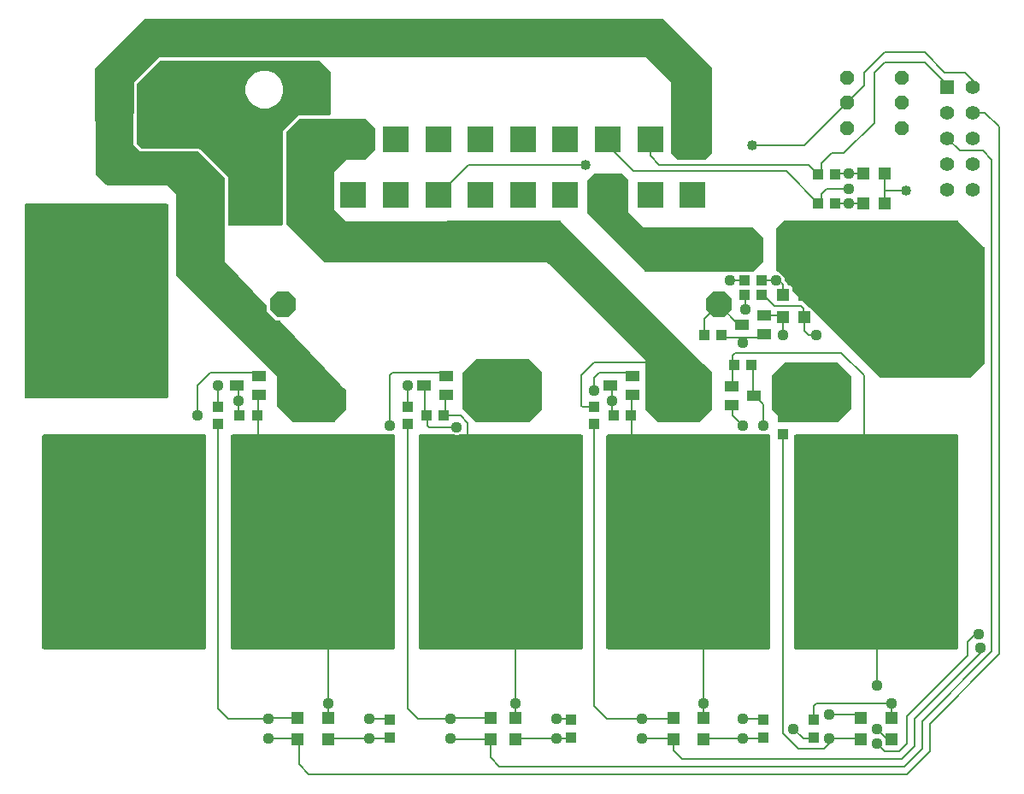
<source format=gbr>
G04 EAGLE Gerber RS-274X export*
G75*
%MOMM*%
%FSLAX34Y34*%
%LPD*%
%INTop Copper*%
%IPPOS*%
%AMOC8*
5,1,8,0,0,1.08239X$1,22.5*%
G01*
%ADD10P,2.749271X8X202.500000*%
%ADD11R,1.200000X1.200000*%
%ADD12R,1.100000X1.000000*%
%ADD13R,1.000000X1.100000*%
%ADD14R,3.150000X1.700000*%
%ADD15R,1.700000X3.150000*%
%ADD16C,8.000000*%
%ADD17R,2.550000X2.550000*%
%ADD18P,1.525737X8X112.500000*%
%ADD19R,1.400000X1.000000*%
%ADD20R,1.409600X1.409600*%
%ADD21C,1.409600*%
%ADD22C,0.203200*%
%ADD23C,1.117600*%
%ADD24C,1.108000*%
%ADD25C,1.016000*%
%ADD26C,1.422400*%
%ADD27C,1.114800*%

G36*
X335155Y373495D02*
X335155Y373495D01*
X335346Y373516D01*
X335346Y373517D01*
X335505Y373573D01*
X335674Y373634D01*
X335812Y373723D01*
X335967Y373823D01*
X335968Y373824D01*
X336143Y373993D01*
X346943Y386243D01*
X346988Y386307D01*
X347040Y386366D01*
X347087Y386450D01*
X347142Y386529D01*
X347171Y386602D01*
X347209Y386671D01*
X347235Y386763D01*
X347270Y386853D01*
X347282Y386930D01*
X347304Y387006D01*
X347315Y387149D01*
X347322Y387197D01*
X347321Y387218D01*
X347323Y387250D01*
X347323Y403800D01*
X347316Y403860D01*
X347318Y403921D01*
X347296Y404033D01*
X347283Y404146D01*
X347263Y404203D01*
X347251Y404263D01*
X347204Y404367D01*
X347166Y404474D01*
X347133Y404525D01*
X347108Y404580D01*
X346992Y404744D01*
X346977Y404767D01*
X346972Y404772D01*
X346966Y404780D01*
X344866Y407280D01*
X344833Y407311D01*
X344777Y407377D01*
X341093Y411061D01*
X281988Y473773D01*
X281875Y473869D01*
X281764Y473968D01*
X281742Y473981D01*
X281722Y473997D01*
X281589Y474065D01*
X281459Y474137D01*
X281434Y474144D01*
X281411Y474156D01*
X281267Y474191D01*
X281124Y474232D01*
X281093Y474234D01*
X281073Y474239D01*
X281025Y474240D01*
X280880Y474251D01*
X277577Y474251D01*
X268351Y483477D01*
X268351Y487638D01*
X268339Y487741D01*
X268337Y487845D01*
X268319Y487913D01*
X268311Y487984D01*
X268276Y488082D01*
X268251Y488182D01*
X268218Y488245D01*
X268194Y488312D01*
X268138Y488399D01*
X268089Y488491D01*
X268030Y488565D01*
X268005Y488605D01*
X267978Y488631D01*
X267937Y488682D01*
X226823Y532305D01*
X226823Y614700D01*
X226809Y614826D01*
X226802Y614952D01*
X226789Y614998D01*
X226783Y615046D01*
X226741Y615165D01*
X226706Y615287D01*
X226682Y615329D01*
X226666Y615374D01*
X226597Y615481D01*
X226536Y615591D01*
X226496Y615637D01*
X226477Y615667D01*
X226442Y615701D01*
X226377Y615777D01*
X201077Y641077D01*
X200978Y641156D01*
X200884Y641240D01*
X200842Y641264D01*
X200804Y641294D01*
X200690Y641348D01*
X200579Y641409D01*
X200533Y641422D01*
X200489Y641443D01*
X200366Y641469D01*
X200244Y641504D01*
X200183Y641509D01*
X200148Y641516D01*
X200100Y641515D01*
X200000Y641523D01*
X143131Y641523D01*
X136526Y648128D01*
X136820Y710466D01*
X161331Y734977D01*
X643769Y734977D01*
X668277Y710469D01*
X668277Y641250D01*
X668291Y641124D01*
X668298Y640998D01*
X668311Y640952D01*
X668317Y640904D01*
X668359Y640785D01*
X668394Y640663D01*
X668418Y640621D01*
X668434Y640576D01*
X668503Y640469D01*
X668564Y640359D01*
X668604Y640313D01*
X668623Y640283D01*
X668658Y640249D01*
X668723Y640173D01*
X675073Y633823D01*
X675172Y633744D01*
X675266Y633660D01*
X675308Y633636D01*
X675346Y633606D01*
X675460Y633552D01*
X675571Y633491D01*
X675617Y633478D01*
X675661Y633457D01*
X675784Y633431D01*
X675906Y633396D01*
X675967Y633392D01*
X676002Y633384D01*
X676050Y633385D01*
X676150Y633377D01*
X701550Y633377D01*
X701676Y633391D01*
X701802Y633398D01*
X701848Y633411D01*
X701896Y633417D01*
X702015Y633459D01*
X702137Y633494D01*
X702179Y633518D01*
X702224Y633534D01*
X702331Y633603D01*
X702441Y633664D01*
X702487Y633704D01*
X702517Y633723D01*
X702551Y633758D01*
X702627Y633823D01*
X708977Y640173D01*
X709056Y640272D01*
X709140Y640366D01*
X709164Y640408D01*
X709194Y640446D01*
X709248Y640560D01*
X709309Y640671D01*
X709322Y640717D01*
X709343Y640761D01*
X709369Y640884D01*
X709404Y641006D01*
X709409Y641067D01*
X709416Y641102D01*
X709415Y641150D01*
X709423Y641250D01*
X709423Y723800D01*
X709409Y723926D01*
X709402Y724052D01*
X709389Y724098D01*
X709383Y724146D01*
X709341Y724265D01*
X709306Y724387D01*
X709282Y724429D01*
X709266Y724474D01*
X709197Y724581D01*
X709136Y724691D01*
X709096Y724737D01*
X709077Y724767D01*
X709042Y724801D01*
X709030Y724815D01*
X709019Y724831D01*
X709008Y724841D01*
X708977Y724877D01*
X660877Y772977D01*
X660778Y773056D01*
X660684Y773140D01*
X660642Y773164D01*
X660604Y773194D01*
X660490Y773248D01*
X660379Y773309D01*
X660333Y773322D01*
X660289Y773343D01*
X660166Y773369D01*
X660044Y773404D01*
X659983Y773409D01*
X659948Y773416D01*
X659900Y773415D01*
X659800Y773423D01*
X148000Y773423D01*
X147874Y773409D01*
X147748Y773402D01*
X147702Y773389D01*
X147654Y773383D01*
X147535Y773341D01*
X147413Y773306D01*
X147371Y773282D01*
X147326Y773266D01*
X147219Y773197D01*
X147109Y773136D01*
X147063Y773096D01*
X147033Y773077D01*
X146999Y773042D01*
X146923Y772977D01*
X98823Y724877D01*
X98757Y724794D01*
X98715Y724750D01*
X98706Y724735D01*
X98659Y724683D01*
X98636Y724641D01*
X98606Y724604D01*
X98552Y724489D01*
X98491Y724378D01*
X98478Y724332D01*
X98457Y724289D01*
X98431Y724165D01*
X98396Y724042D01*
X98391Y723983D01*
X98384Y723948D01*
X98385Y723900D01*
X98377Y723799D01*
X98477Y619999D01*
X98491Y619874D01*
X98498Y619748D01*
X98511Y619701D01*
X98517Y619652D01*
X98560Y619534D01*
X98594Y619413D01*
X98618Y619371D01*
X98635Y619324D01*
X98703Y619219D01*
X98764Y619109D01*
X98804Y619062D01*
X98824Y619032D01*
X98859Y618998D01*
X98923Y618923D01*
X108923Y608923D01*
X109022Y608844D01*
X109116Y608760D01*
X109158Y608736D01*
X109196Y608706D01*
X109310Y608652D01*
X109421Y608591D01*
X109467Y608578D01*
X109511Y608557D01*
X109634Y608531D01*
X109756Y608496D01*
X109817Y608492D01*
X109852Y608484D01*
X109900Y608485D01*
X110000Y608477D01*
X169369Y608477D01*
X178377Y599469D01*
X178377Y520100D01*
X178391Y519974D01*
X178398Y519848D01*
X178411Y519802D01*
X178417Y519754D01*
X178459Y519635D01*
X178494Y519513D01*
X178518Y519471D01*
X178534Y519426D01*
X178603Y519319D01*
X178664Y519209D01*
X178704Y519163D01*
X178723Y519133D01*
X178758Y519099D01*
X178823Y519023D01*
X278477Y419369D01*
X278477Y390000D01*
X278491Y389874D01*
X278498Y389748D01*
X278511Y389702D01*
X278517Y389654D01*
X278559Y389535D01*
X278594Y389413D01*
X278618Y389371D01*
X278634Y389326D01*
X278703Y389219D01*
X278764Y389109D01*
X278804Y389063D01*
X278823Y389033D01*
X278858Y388999D01*
X278923Y388923D01*
X293923Y373923D01*
X294022Y373844D01*
X294116Y373760D01*
X294158Y373736D01*
X294196Y373706D01*
X294310Y373652D01*
X294421Y373591D01*
X294467Y373578D01*
X294511Y373557D01*
X294634Y373531D01*
X294756Y373496D01*
X294817Y373492D01*
X294852Y373484D01*
X294900Y373485D01*
X295000Y373477D01*
X335000Y373477D01*
X335155Y373495D01*
G37*
G36*
X394118Y148746D02*
X394118Y148746D01*
X394237Y148753D01*
X394275Y148766D01*
X394316Y148771D01*
X394426Y148814D01*
X394539Y148851D01*
X394574Y148873D01*
X394611Y148888D01*
X394707Y148958D01*
X394808Y149021D01*
X394836Y149051D01*
X394869Y149074D01*
X394945Y149166D01*
X395026Y149253D01*
X395046Y149288D01*
X395071Y149319D01*
X395122Y149427D01*
X395180Y149531D01*
X395190Y149571D01*
X395207Y149607D01*
X395229Y149724D01*
X395259Y149839D01*
X395263Y149900D01*
X395267Y149920D01*
X395265Y149940D01*
X395269Y150000D01*
X395269Y360000D01*
X395254Y360118D01*
X395247Y360237D01*
X395234Y360275D01*
X395229Y360316D01*
X395186Y360426D01*
X395149Y360539D01*
X395127Y360574D01*
X395112Y360611D01*
X395043Y360707D01*
X394979Y360808D01*
X394949Y360836D01*
X394926Y360869D01*
X394834Y360945D01*
X394747Y361026D01*
X394712Y361046D01*
X394681Y361071D01*
X394573Y361122D01*
X394469Y361180D01*
X394429Y361190D01*
X394393Y361207D01*
X394276Y361229D01*
X394161Y361259D01*
X394101Y361263D01*
X394081Y361267D01*
X394060Y361265D01*
X394000Y361269D01*
X234000Y361269D01*
X233882Y361254D01*
X233763Y361247D01*
X233725Y361234D01*
X233684Y361229D01*
X233574Y361186D01*
X233461Y361149D01*
X233426Y361127D01*
X233389Y361112D01*
X233293Y361043D01*
X233192Y360979D01*
X233164Y360949D01*
X233131Y360926D01*
X233056Y360834D01*
X232974Y360747D01*
X232954Y360712D01*
X232929Y360681D01*
X232878Y360573D01*
X232820Y360469D01*
X232810Y360429D01*
X232793Y360393D01*
X232771Y360276D01*
X232741Y360161D01*
X232737Y360101D01*
X232733Y360081D01*
X232735Y360060D01*
X232731Y360000D01*
X232731Y150000D01*
X232746Y149882D01*
X232753Y149763D01*
X232766Y149725D01*
X232771Y149684D01*
X232814Y149574D01*
X232851Y149461D01*
X232873Y149426D01*
X232888Y149389D01*
X232958Y149293D01*
X233021Y149192D01*
X233051Y149164D01*
X233074Y149131D01*
X233166Y149056D01*
X233253Y148974D01*
X233288Y148954D01*
X233319Y148929D01*
X233427Y148878D01*
X233531Y148820D01*
X233571Y148810D01*
X233607Y148793D01*
X233724Y148771D01*
X233839Y148741D01*
X233900Y148737D01*
X233920Y148733D01*
X233940Y148735D01*
X234000Y148731D01*
X394000Y148731D01*
X394118Y148746D01*
G37*
G36*
X207318Y148746D02*
X207318Y148746D01*
X207437Y148753D01*
X207475Y148766D01*
X207516Y148771D01*
X207626Y148814D01*
X207739Y148851D01*
X207774Y148873D01*
X207811Y148888D01*
X207907Y148958D01*
X208008Y149021D01*
X208036Y149051D01*
X208069Y149074D01*
X208145Y149166D01*
X208226Y149253D01*
X208246Y149288D01*
X208271Y149319D01*
X208322Y149427D01*
X208380Y149531D01*
X208390Y149571D01*
X208407Y149607D01*
X208429Y149724D01*
X208459Y149839D01*
X208463Y149900D01*
X208467Y149920D01*
X208465Y149940D01*
X208469Y150000D01*
X208469Y360000D01*
X208454Y360118D01*
X208447Y360237D01*
X208434Y360275D01*
X208429Y360316D01*
X208386Y360426D01*
X208349Y360539D01*
X208327Y360574D01*
X208312Y360611D01*
X208243Y360707D01*
X208179Y360808D01*
X208149Y360836D01*
X208126Y360869D01*
X208034Y360945D01*
X207947Y361026D01*
X207912Y361046D01*
X207881Y361071D01*
X207773Y361122D01*
X207669Y361180D01*
X207629Y361190D01*
X207593Y361207D01*
X207476Y361229D01*
X207361Y361259D01*
X207301Y361263D01*
X207281Y361267D01*
X207260Y361265D01*
X207200Y361269D01*
X47200Y361269D01*
X47082Y361254D01*
X46963Y361247D01*
X46925Y361234D01*
X46884Y361229D01*
X46774Y361186D01*
X46661Y361149D01*
X46626Y361127D01*
X46589Y361112D01*
X46493Y361043D01*
X46392Y360979D01*
X46364Y360949D01*
X46331Y360926D01*
X46256Y360834D01*
X46174Y360747D01*
X46154Y360712D01*
X46129Y360681D01*
X46078Y360573D01*
X46020Y360469D01*
X46010Y360429D01*
X45993Y360393D01*
X45971Y360276D01*
X45941Y360161D01*
X45937Y360101D01*
X45933Y360081D01*
X45935Y360060D01*
X45931Y360000D01*
X45931Y150000D01*
X45946Y149882D01*
X45953Y149763D01*
X45966Y149725D01*
X45971Y149684D01*
X46014Y149574D01*
X46051Y149461D01*
X46073Y149426D01*
X46088Y149389D01*
X46158Y149293D01*
X46221Y149192D01*
X46251Y149164D01*
X46274Y149131D01*
X46366Y149056D01*
X46453Y148974D01*
X46488Y148954D01*
X46519Y148929D01*
X46627Y148878D01*
X46731Y148820D01*
X46771Y148810D01*
X46807Y148793D01*
X46924Y148771D01*
X47039Y148741D01*
X47100Y148737D01*
X47120Y148733D01*
X47140Y148735D01*
X47200Y148731D01*
X207200Y148731D01*
X207318Y148746D01*
G37*
G36*
X952118Y148746D02*
X952118Y148746D01*
X952237Y148753D01*
X952275Y148766D01*
X952316Y148771D01*
X952426Y148814D01*
X952539Y148851D01*
X952574Y148873D01*
X952611Y148888D01*
X952707Y148958D01*
X952808Y149021D01*
X952836Y149051D01*
X952869Y149074D01*
X952945Y149166D01*
X953026Y149253D01*
X953046Y149288D01*
X953071Y149319D01*
X953122Y149427D01*
X953180Y149531D01*
X953190Y149571D01*
X953207Y149607D01*
X953229Y149724D01*
X953259Y149839D01*
X953263Y149900D01*
X953267Y149920D01*
X953265Y149940D01*
X953269Y150000D01*
X953269Y360000D01*
X953254Y360118D01*
X953247Y360237D01*
X953234Y360275D01*
X953229Y360316D01*
X953186Y360426D01*
X953149Y360539D01*
X953127Y360574D01*
X953112Y360611D01*
X953043Y360707D01*
X952979Y360808D01*
X952949Y360836D01*
X952926Y360869D01*
X952834Y360945D01*
X952747Y361026D01*
X952712Y361046D01*
X952681Y361071D01*
X952573Y361122D01*
X952469Y361180D01*
X952429Y361190D01*
X952393Y361207D01*
X952276Y361229D01*
X952161Y361259D01*
X952101Y361263D01*
X952081Y361267D01*
X952060Y361265D01*
X952000Y361269D01*
X792000Y361269D01*
X791882Y361254D01*
X791763Y361247D01*
X791725Y361234D01*
X791684Y361229D01*
X791574Y361186D01*
X791461Y361149D01*
X791426Y361127D01*
X791389Y361112D01*
X791293Y361043D01*
X791192Y360979D01*
X791164Y360949D01*
X791131Y360926D01*
X791056Y360834D01*
X790974Y360747D01*
X790954Y360712D01*
X790929Y360681D01*
X790878Y360573D01*
X790820Y360469D01*
X790810Y360429D01*
X790793Y360393D01*
X790771Y360276D01*
X790741Y360161D01*
X790737Y360101D01*
X790733Y360081D01*
X790735Y360060D01*
X790731Y360000D01*
X790731Y150000D01*
X790746Y149882D01*
X790753Y149763D01*
X790766Y149725D01*
X790771Y149684D01*
X790814Y149574D01*
X790851Y149461D01*
X790873Y149426D01*
X790888Y149389D01*
X790958Y149293D01*
X791021Y149192D01*
X791051Y149164D01*
X791074Y149131D01*
X791166Y149056D01*
X791253Y148974D01*
X791288Y148954D01*
X791319Y148929D01*
X791427Y148878D01*
X791531Y148820D01*
X791571Y148810D01*
X791607Y148793D01*
X791724Y148771D01*
X791839Y148741D01*
X791900Y148737D01*
X791920Y148733D01*
X791940Y148735D01*
X792000Y148731D01*
X952000Y148731D01*
X952118Y148746D01*
G37*
G36*
X766118Y148746D02*
X766118Y148746D01*
X766237Y148753D01*
X766275Y148766D01*
X766316Y148771D01*
X766426Y148814D01*
X766539Y148851D01*
X766574Y148873D01*
X766611Y148888D01*
X766707Y148958D01*
X766808Y149021D01*
X766836Y149051D01*
X766869Y149074D01*
X766945Y149166D01*
X767026Y149253D01*
X767046Y149288D01*
X767071Y149319D01*
X767122Y149427D01*
X767180Y149531D01*
X767190Y149571D01*
X767207Y149607D01*
X767229Y149724D01*
X767259Y149839D01*
X767263Y149900D01*
X767267Y149920D01*
X767265Y149940D01*
X767269Y150000D01*
X767269Y360000D01*
X767254Y360118D01*
X767247Y360237D01*
X767234Y360275D01*
X767229Y360316D01*
X767186Y360426D01*
X767149Y360539D01*
X767127Y360574D01*
X767112Y360611D01*
X767043Y360707D01*
X766979Y360808D01*
X766949Y360836D01*
X766926Y360869D01*
X766834Y360945D01*
X766747Y361026D01*
X766712Y361046D01*
X766681Y361071D01*
X766573Y361122D01*
X766469Y361180D01*
X766429Y361190D01*
X766393Y361207D01*
X766276Y361229D01*
X766161Y361259D01*
X766101Y361263D01*
X766081Y361267D01*
X766060Y361265D01*
X766000Y361269D01*
X606000Y361269D01*
X605882Y361254D01*
X605763Y361247D01*
X605725Y361234D01*
X605684Y361229D01*
X605574Y361186D01*
X605461Y361149D01*
X605426Y361127D01*
X605389Y361112D01*
X605293Y361043D01*
X605192Y360979D01*
X605164Y360949D01*
X605131Y360926D01*
X605056Y360834D01*
X604974Y360747D01*
X604954Y360712D01*
X604929Y360681D01*
X604878Y360573D01*
X604820Y360469D01*
X604810Y360429D01*
X604793Y360393D01*
X604771Y360276D01*
X604741Y360161D01*
X604737Y360101D01*
X604733Y360081D01*
X604735Y360060D01*
X604731Y360000D01*
X604731Y150000D01*
X604746Y149882D01*
X604753Y149763D01*
X604766Y149725D01*
X604771Y149684D01*
X604814Y149574D01*
X604851Y149461D01*
X604873Y149426D01*
X604888Y149389D01*
X604958Y149293D01*
X605021Y149192D01*
X605051Y149164D01*
X605074Y149131D01*
X605166Y149056D01*
X605253Y148974D01*
X605288Y148954D01*
X605319Y148929D01*
X605427Y148878D01*
X605531Y148820D01*
X605571Y148810D01*
X605607Y148793D01*
X605724Y148771D01*
X605839Y148741D01*
X605900Y148737D01*
X605920Y148733D01*
X605940Y148735D01*
X606000Y148731D01*
X766000Y148731D01*
X766118Y148746D01*
G37*
G36*
X580118Y148746D02*
X580118Y148746D01*
X580237Y148753D01*
X580275Y148766D01*
X580316Y148771D01*
X580426Y148814D01*
X580539Y148851D01*
X580574Y148873D01*
X580611Y148888D01*
X580707Y148958D01*
X580808Y149021D01*
X580836Y149051D01*
X580869Y149074D01*
X580945Y149166D01*
X581026Y149253D01*
X581046Y149288D01*
X581071Y149319D01*
X581122Y149427D01*
X581180Y149531D01*
X581190Y149571D01*
X581207Y149607D01*
X581229Y149724D01*
X581259Y149839D01*
X581263Y149900D01*
X581267Y149920D01*
X581265Y149940D01*
X581269Y150000D01*
X581269Y360000D01*
X581254Y360118D01*
X581247Y360237D01*
X581234Y360275D01*
X581229Y360316D01*
X581186Y360426D01*
X581149Y360539D01*
X581127Y360574D01*
X581112Y360611D01*
X581043Y360707D01*
X580979Y360808D01*
X580949Y360836D01*
X580926Y360869D01*
X580834Y360945D01*
X580747Y361026D01*
X580712Y361046D01*
X580681Y361071D01*
X580573Y361122D01*
X580469Y361180D01*
X580429Y361190D01*
X580393Y361207D01*
X580276Y361229D01*
X580161Y361259D01*
X580101Y361263D01*
X580081Y361267D01*
X580060Y361265D01*
X580000Y361269D01*
X458356Y361269D01*
X458347Y361268D01*
X458338Y361269D01*
X458189Y361248D01*
X458041Y361229D01*
X458032Y361226D01*
X458023Y361225D01*
X457870Y361173D01*
X457766Y361129D01*
X454734Y361129D01*
X454630Y361173D01*
X454621Y361175D01*
X454612Y361180D01*
X454468Y361217D01*
X454323Y361257D01*
X454313Y361257D01*
X454304Y361259D01*
X454144Y361269D01*
X420000Y361269D01*
X419882Y361254D01*
X419763Y361247D01*
X419725Y361234D01*
X419684Y361229D01*
X419574Y361186D01*
X419461Y361149D01*
X419426Y361127D01*
X419389Y361112D01*
X419293Y361043D01*
X419192Y360979D01*
X419164Y360949D01*
X419131Y360926D01*
X419056Y360834D01*
X418974Y360747D01*
X418954Y360712D01*
X418929Y360681D01*
X418878Y360573D01*
X418820Y360469D01*
X418810Y360429D01*
X418793Y360393D01*
X418771Y360276D01*
X418741Y360161D01*
X418737Y360101D01*
X418733Y360081D01*
X418735Y360060D01*
X418731Y360000D01*
X418731Y150000D01*
X418746Y149882D01*
X418753Y149763D01*
X418766Y149725D01*
X418771Y149684D01*
X418814Y149574D01*
X418851Y149461D01*
X418873Y149426D01*
X418888Y149389D01*
X418958Y149293D01*
X419021Y149192D01*
X419051Y149164D01*
X419074Y149131D01*
X419166Y149056D01*
X419253Y148974D01*
X419288Y148954D01*
X419319Y148929D01*
X419427Y148878D01*
X419531Y148820D01*
X419571Y148810D01*
X419607Y148793D01*
X419724Y148771D01*
X419839Y148741D01*
X419900Y148737D01*
X419920Y148733D01*
X419940Y148735D01*
X420000Y148731D01*
X580000Y148731D01*
X580118Y148746D01*
G37*
G36*
X169618Y397346D02*
X169618Y397346D01*
X169737Y397353D01*
X169775Y397366D01*
X169816Y397371D01*
X169926Y397414D01*
X170039Y397451D01*
X170074Y397473D01*
X170111Y397488D01*
X170207Y397558D01*
X170308Y397621D01*
X170336Y397651D01*
X170369Y397674D01*
X170445Y397766D01*
X170526Y397853D01*
X170546Y397888D01*
X170571Y397919D01*
X170622Y398027D01*
X170680Y398131D01*
X170690Y398171D01*
X170707Y398207D01*
X170729Y398324D01*
X170759Y398439D01*
X170763Y398500D01*
X170767Y398520D01*
X170765Y398540D01*
X170769Y398600D01*
X170769Y588600D01*
X170754Y588718D01*
X170747Y588837D01*
X170734Y588875D01*
X170729Y588916D01*
X170686Y589026D01*
X170649Y589139D01*
X170627Y589174D01*
X170612Y589211D01*
X170543Y589307D01*
X170479Y589408D01*
X170449Y589436D01*
X170426Y589469D01*
X170334Y589545D01*
X170247Y589626D01*
X170212Y589646D01*
X170181Y589671D01*
X170073Y589722D01*
X169969Y589780D01*
X169929Y589790D01*
X169893Y589807D01*
X169776Y589829D01*
X169661Y589859D01*
X169601Y589863D01*
X169581Y589867D01*
X169560Y589865D01*
X169500Y589869D01*
X29500Y589869D01*
X29382Y589854D01*
X29263Y589847D01*
X29225Y589834D01*
X29184Y589829D01*
X29074Y589786D01*
X28961Y589749D01*
X28926Y589727D01*
X28889Y589712D01*
X28793Y589643D01*
X28692Y589579D01*
X28664Y589549D01*
X28631Y589526D01*
X28556Y589434D01*
X28474Y589347D01*
X28454Y589312D01*
X28429Y589281D01*
X28378Y589173D01*
X28320Y589069D01*
X28310Y589029D01*
X28293Y588993D01*
X28271Y588876D01*
X28241Y588761D01*
X28237Y588701D01*
X28233Y588681D01*
X28235Y588660D01*
X28231Y588600D01*
X28231Y398600D01*
X28246Y398482D01*
X28253Y398363D01*
X28266Y398325D01*
X28271Y398284D01*
X28314Y398174D01*
X28351Y398061D01*
X28373Y398026D01*
X28388Y397989D01*
X28458Y397893D01*
X28521Y397792D01*
X28551Y397764D01*
X28574Y397731D01*
X28666Y397656D01*
X28753Y397574D01*
X28788Y397554D01*
X28819Y397529D01*
X28927Y397478D01*
X29031Y397420D01*
X29071Y397410D01*
X29107Y397393D01*
X29224Y397371D01*
X29339Y397341D01*
X29400Y397337D01*
X29420Y397333D01*
X29440Y397335D01*
X29500Y397331D01*
X169500Y397331D01*
X169618Y397346D01*
G37*
G36*
X695326Y373141D02*
X695326Y373141D01*
X695452Y373148D01*
X695498Y373161D01*
X695546Y373167D01*
X695665Y373209D01*
X695787Y373244D01*
X695829Y373268D01*
X695874Y373284D01*
X695981Y373353D01*
X696091Y373414D01*
X696137Y373454D01*
X696167Y373473D01*
X696201Y373508D01*
X696277Y373573D01*
X708977Y386273D01*
X709056Y386372D01*
X709140Y386466D01*
X709164Y386508D01*
X709194Y386546D01*
X709248Y386660D01*
X709309Y386771D01*
X709322Y386817D01*
X709343Y386861D01*
X709369Y386984D01*
X709404Y387106D01*
X709409Y387167D01*
X709416Y387202D01*
X709415Y387250D01*
X709423Y387350D01*
X709423Y422100D01*
X709409Y422226D01*
X709402Y422352D01*
X709389Y422398D01*
X709383Y422446D01*
X709341Y422565D01*
X709306Y422687D01*
X709282Y422729D01*
X709266Y422774D01*
X709197Y422881D01*
X709136Y422991D01*
X709096Y423037D01*
X709077Y423067D01*
X709042Y423101D01*
X708977Y423177D01*
X701078Y431076D01*
X559878Y572576D01*
X559778Y572655D01*
X559684Y572740D01*
X559643Y572763D01*
X559605Y572793D01*
X559491Y572847D01*
X559379Y572909D01*
X559333Y572922D01*
X559291Y572942D01*
X559166Y572969D01*
X559044Y573004D01*
X558984Y573008D01*
X558950Y573016D01*
X558902Y573015D01*
X558800Y573023D01*
X546100Y573023D01*
X546099Y573023D01*
X346581Y572924D01*
X334773Y584731D01*
X334773Y621569D01*
X346581Y633377D01*
X365000Y633377D01*
X365126Y633391D01*
X365252Y633398D01*
X365298Y633411D01*
X365346Y633417D01*
X365465Y633459D01*
X365587Y633494D01*
X365629Y633518D01*
X365674Y633534D01*
X365781Y633603D01*
X365891Y633664D01*
X365937Y633704D01*
X365967Y633723D01*
X366001Y633758D01*
X366077Y633823D01*
X375602Y643348D01*
X375681Y643447D01*
X375765Y643541D01*
X375789Y643583D01*
X375819Y643621D01*
X375873Y643735D01*
X375934Y643846D01*
X375947Y643892D01*
X375968Y643936D01*
X375994Y644059D01*
X376029Y644181D01*
X376034Y644242D01*
X376041Y644277D01*
X376040Y644325D01*
X376048Y644425D01*
X376048Y663475D01*
X376034Y663601D01*
X376027Y663727D01*
X376014Y663773D01*
X376008Y663821D01*
X375966Y663940D01*
X375931Y664062D01*
X375907Y664104D01*
X375891Y664149D01*
X375822Y664256D01*
X375761Y664366D01*
X375721Y664412D01*
X375702Y664442D01*
X375667Y664476D01*
X375602Y664552D01*
X366077Y674077D01*
X365978Y674156D01*
X365884Y674240D01*
X365842Y674264D01*
X365804Y674294D01*
X365690Y674348D01*
X365579Y674409D01*
X365533Y674422D01*
X365489Y674443D01*
X365366Y674469D01*
X365244Y674504D01*
X365183Y674509D01*
X365148Y674516D01*
X365100Y674515D01*
X365000Y674523D01*
X301500Y674523D01*
X301374Y674509D01*
X301248Y674502D01*
X301202Y674489D01*
X301154Y674483D01*
X301035Y674441D01*
X300913Y674406D01*
X300871Y674382D01*
X300826Y674366D01*
X300719Y674297D01*
X300609Y674236D01*
X300563Y674196D01*
X300533Y674177D01*
X300499Y674142D01*
X300423Y674077D01*
X287723Y661377D01*
X287644Y661278D01*
X287560Y661184D01*
X287536Y661142D01*
X287506Y661104D01*
X287452Y660990D01*
X287391Y660879D01*
X287378Y660833D01*
X287357Y660789D01*
X287331Y660666D01*
X287296Y660544D01*
X287292Y660483D01*
X287284Y660448D01*
X287285Y660400D01*
X287277Y660300D01*
X287277Y571400D01*
X287291Y571274D01*
X287298Y571148D01*
X287311Y571102D01*
X287317Y571054D01*
X287359Y570935D01*
X287394Y570813D01*
X287418Y570771D01*
X287434Y570726D01*
X287503Y570619D01*
X287564Y570509D01*
X287604Y570463D01*
X287623Y570433D01*
X287658Y570399D01*
X287723Y570323D01*
X325823Y532223D01*
X325922Y532144D01*
X326016Y532059D01*
X326058Y532036D01*
X326096Y532006D01*
X326210Y531952D01*
X326322Y531891D01*
X326368Y531878D01*
X326411Y531857D01*
X326535Y531831D01*
X326657Y531796D01*
X326717Y531791D01*
X326752Y531784D01*
X326800Y531785D01*
X326901Y531777D01*
X520701Y531877D01*
X546115Y531877D01*
X546170Y531777D01*
X546243Y531640D01*
X546255Y531626D01*
X546264Y531609D01*
X546423Y531423D01*
X642877Y434969D01*
X642877Y387350D01*
X642891Y387224D01*
X642898Y387098D01*
X642911Y387052D01*
X642917Y387004D01*
X642959Y386885D01*
X642994Y386763D01*
X643018Y386721D01*
X643034Y386676D01*
X643103Y386569D01*
X643164Y386459D01*
X643204Y386413D01*
X643223Y386383D01*
X643258Y386349D01*
X643323Y386273D01*
X656023Y373573D01*
X656122Y373494D01*
X656216Y373410D01*
X656258Y373386D01*
X656296Y373356D01*
X656410Y373302D01*
X656521Y373241D01*
X656567Y373228D01*
X656611Y373207D01*
X656734Y373181D01*
X656856Y373146D01*
X656917Y373142D01*
X656952Y373134D01*
X657000Y373135D01*
X657100Y373127D01*
X695200Y373127D01*
X695326Y373141D01*
G37*
G36*
X965326Y417591D02*
X965326Y417591D01*
X965452Y417598D01*
X965498Y417611D01*
X965546Y417617D01*
X965665Y417659D01*
X965787Y417694D01*
X965829Y417718D01*
X965874Y417734D01*
X965981Y417803D01*
X966091Y417864D01*
X966137Y417904D01*
X966167Y417923D01*
X966201Y417958D01*
X966277Y418023D01*
X978977Y430723D01*
X979056Y430822D01*
X979140Y430916D01*
X979164Y430958D01*
X979194Y430996D01*
X979248Y431110D01*
X979309Y431221D01*
X979322Y431267D01*
X979343Y431311D01*
X979369Y431434D01*
X979404Y431556D01*
X979409Y431617D01*
X979416Y431652D01*
X979415Y431700D01*
X979423Y431800D01*
X979423Y546100D01*
X979409Y546226D01*
X979402Y546352D01*
X979389Y546398D01*
X979383Y546446D01*
X979341Y546565D01*
X979306Y546687D01*
X979282Y546729D01*
X979266Y546774D01*
X979197Y546881D01*
X979136Y546991D01*
X979096Y547037D01*
X979077Y547067D01*
X979042Y547101D01*
X978977Y547177D01*
X953577Y572577D01*
X953478Y572656D01*
X953384Y572740D01*
X953342Y572764D01*
X953304Y572794D01*
X953190Y572848D01*
X953079Y572909D01*
X953033Y572922D01*
X952989Y572943D01*
X952866Y572969D01*
X952744Y573004D01*
X952683Y573009D01*
X952648Y573016D01*
X952600Y573015D01*
X952500Y573023D01*
X781050Y573023D01*
X780924Y573009D01*
X780798Y573002D01*
X780752Y572989D01*
X780704Y572983D01*
X780585Y572941D01*
X780463Y572906D01*
X780421Y572882D01*
X780376Y572866D01*
X780269Y572797D01*
X780159Y572736D01*
X780113Y572696D01*
X780083Y572677D01*
X780049Y572642D01*
X779973Y572577D01*
X773623Y566227D01*
X773544Y566128D01*
X773460Y566034D01*
X773436Y565992D01*
X773406Y565954D01*
X773352Y565840D01*
X773291Y565729D01*
X773278Y565683D01*
X773257Y565639D01*
X773231Y565516D01*
X773196Y565394D01*
X773192Y565333D01*
X773184Y565298D01*
X773185Y565250D01*
X773177Y565150D01*
X773177Y523836D01*
X773186Y523760D01*
X773184Y523683D01*
X773205Y523587D01*
X773217Y523490D01*
X773242Y523418D01*
X773259Y523343D01*
X773301Y523254D01*
X773334Y523161D01*
X773376Y523097D01*
X773408Y523028D01*
X773470Y522951D01*
X773523Y522869D01*
X773578Y522816D01*
X773626Y522756D01*
X773703Y522695D01*
X773774Y522626D01*
X773839Y522587D01*
X773899Y522540D01*
X774033Y522472D01*
X774073Y522448D01*
X774091Y522442D01*
X774117Y522428D01*
X777392Y521072D01*
X779822Y518642D01*
X781137Y515468D01*
X781137Y515243D01*
X781151Y515117D01*
X781158Y514991D01*
X781171Y514944D01*
X781177Y514896D01*
X781219Y514777D01*
X781254Y514656D01*
X781278Y514614D01*
X781294Y514568D01*
X781363Y514462D01*
X781424Y514352D01*
X781464Y514306D01*
X781483Y514276D01*
X781518Y514242D01*
X781583Y514166D01*
X784065Y511684D01*
X784065Y510472D01*
X784067Y510455D01*
X784066Y510443D01*
X784067Y510435D01*
X784066Y510420D01*
X784088Y510273D01*
X784105Y510126D01*
X784113Y510101D01*
X784117Y510075D01*
X784172Y509937D01*
X784222Y509798D01*
X784236Y509776D01*
X784246Y509751D01*
X784331Y509630D01*
X784411Y509505D01*
X784430Y509487D01*
X784445Y509465D01*
X784555Y509366D01*
X784662Y509263D01*
X784684Y509249D01*
X784704Y509232D01*
X784834Y509160D01*
X784961Y509084D01*
X784986Y509076D01*
X785009Y509063D01*
X785152Y509023D01*
X785293Y508978D01*
X785319Y508976D01*
X785344Y508968D01*
X785588Y508949D01*
X786763Y508949D01*
X788549Y507163D01*
X788549Y505328D01*
X788563Y505202D01*
X788570Y505076D01*
X788583Y505030D01*
X788589Y504982D01*
X788631Y504863D01*
X788666Y504741D01*
X788690Y504699D01*
X788706Y504654D01*
X788775Y504547D01*
X788836Y504437D01*
X788876Y504391D01*
X788895Y504361D01*
X788930Y504327D01*
X788995Y504251D01*
X806251Y486995D01*
X806350Y486916D01*
X806444Y486832D01*
X806486Y486808D01*
X806524Y486778D01*
X806638Y486724D01*
X806749Y486663D01*
X806795Y486650D01*
X806839Y486629D01*
X806962Y486603D01*
X807084Y486568D01*
X807145Y486563D01*
X807180Y486556D01*
X807228Y486557D01*
X807328Y486549D01*
X807763Y486549D01*
X809549Y484763D01*
X809549Y484328D01*
X809563Y484202D01*
X809570Y484076D01*
X809583Y484030D01*
X809589Y483982D01*
X809631Y483863D01*
X809666Y483741D01*
X809690Y483699D01*
X809706Y483654D01*
X809775Y483547D01*
X809836Y483437D01*
X809876Y483391D01*
X809895Y483361D01*
X809930Y483327D01*
X809995Y483251D01*
X875223Y418023D01*
X875322Y417944D01*
X875416Y417860D01*
X875458Y417836D01*
X875496Y417806D01*
X875610Y417752D01*
X875721Y417691D01*
X875767Y417678D01*
X875811Y417657D01*
X875934Y417631D01*
X876056Y417596D01*
X876117Y417592D01*
X876152Y417584D01*
X876200Y417585D01*
X876300Y417577D01*
X965200Y417577D01*
X965326Y417591D01*
G37*
G36*
X282931Y568494D02*
X282931Y568494D01*
X283081Y568506D01*
X283104Y568514D01*
X283128Y568517D01*
X283270Y568567D01*
X283413Y568614D01*
X283433Y568626D01*
X283456Y568634D01*
X283583Y568716D01*
X283711Y568793D01*
X283728Y568810D01*
X283749Y568823D01*
X283854Y568932D01*
X283961Y569036D01*
X283974Y569056D01*
X283991Y569074D01*
X284068Y569203D01*
X284149Y569330D01*
X284158Y569352D01*
X284170Y569373D01*
X284216Y569516D01*
X284266Y569658D01*
X284269Y569682D01*
X284276Y569705D01*
X284288Y569855D01*
X284305Y570004D01*
X284302Y570028D01*
X284304Y570052D01*
X284282Y570201D01*
X284264Y570350D01*
X284255Y570378D01*
X284252Y570397D01*
X284235Y570441D01*
X284227Y570464D01*
X284227Y661210D01*
X284923Y662890D01*
X298910Y676877D01*
X300590Y677573D01*
X330000Y677573D01*
X330026Y677576D01*
X330052Y677574D01*
X330199Y677596D01*
X330346Y677613D01*
X330371Y677621D01*
X330397Y677625D01*
X330535Y677680D01*
X330674Y677730D01*
X330696Y677744D01*
X330721Y677754D01*
X330842Y677839D01*
X330967Y677919D01*
X330985Y677938D01*
X331007Y677953D01*
X331106Y678063D01*
X331209Y678170D01*
X331223Y678192D01*
X331240Y678212D01*
X331312Y678342D01*
X331388Y678469D01*
X331396Y678494D01*
X331409Y678517D01*
X331449Y678660D01*
X331494Y678801D01*
X331496Y678827D01*
X331504Y678852D01*
X331523Y679096D01*
X331523Y720000D01*
X331509Y720126D01*
X331502Y720252D01*
X331489Y720298D01*
X331483Y720346D01*
X331441Y720465D01*
X331406Y720587D01*
X331382Y720629D01*
X331366Y720674D01*
X331297Y720781D01*
X331236Y720891D01*
X331196Y720937D01*
X331177Y720967D01*
X331142Y721001D01*
X331077Y721077D01*
X320673Y731481D01*
X320574Y731560D01*
X320480Y731644D01*
X320438Y731668D01*
X320400Y731698D01*
X320286Y731752D01*
X320175Y731813D01*
X320129Y731826D01*
X320085Y731847D01*
X319962Y731873D01*
X319840Y731908D01*
X319779Y731913D01*
X319744Y731920D01*
X319696Y731919D01*
X319596Y731927D01*
X163225Y731927D01*
X163099Y731913D01*
X162973Y731906D01*
X162927Y731893D01*
X162879Y731887D01*
X162760Y731845D01*
X162638Y731810D01*
X162596Y731786D01*
X162551Y731770D01*
X162444Y731701D01*
X162334Y731640D01*
X162288Y731600D01*
X162258Y731581D01*
X162224Y731546D01*
X162148Y731481D01*
X140307Y709640D01*
X140237Y709551D01*
X140227Y709542D01*
X140225Y709538D01*
X140148Y709453D01*
X140123Y709408D01*
X140090Y709367D01*
X140038Y709256D01*
X139978Y709149D01*
X139964Y709099D01*
X139941Y709052D01*
X139916Y708932D01*
X139882Y708814D01*
X139876Y708748D01*
X139868Y708711D01*
X139869Y708664D01*
X139861Y708570D01*
X139585Y650020D01*
X139599Y649891D01*
X139606Y649761D01*
X139618Y649718D01*
X139623Y649674D01*
X139666Y649551D01*
X139702Y649426D01*
X139724Y649387D01*
X139739Y649345D01*
X139809Y649236D01*
X139872Y649122D01*
X139908Y649080D01*
X139926Y649052D01*
X139962Y649017D01*
X140031Y648936D01*
X143948Y645019D01*
X144047Y644940D01*
X144141Y644856D01*
X144183Y644832D01*
X144221Y644802D01*
X144335Y644748D01*
X144446Y644687D01*
X144492Y644674D01*
X144536Y644653D01*
X144659Y644627D01*
X144781Y644592D01*
X144842Y644587D01*
X144877Y644580D01*
X144925Y644581D01*
X145025Y644573D01*
X200910Y644573D01*
X202590Y643877D01*
X229177Y617290D01*
X229873Y615610D01*
X229873Y570000D01*
X229876Y569974D01*
X229874Y569948D01*
X229896Y569801D01*
X229913Y569654D01*
X229921Y569629D01*
X229925Y569603D01*
X229980Y569465D01*
X230030Y569326D01*
X230044Y569304D01*
X230054Y569279D01*
X230139Y569158D01*
X230219Y569033D01*
X230238Y569015D01*
X230253Y568993D01*
X230363Y568894D01*
X230470Y568791D01*
X230492Y568777D01*
X230512Y568760D01*
X230642Y568688D01*
X230769Y568612D01*
X230794Y568604D01*
X230817Y568591D01*
X230960Y568551D01*
X231101Y568506D01*
X231127Y568504D01*
X231152Y568496D01*
X231396Y568477D01*
X282782Y568477D01*
X282931Y568494D01*
G37*
G36*
X749398Y522618D02*
X749398Y522618D01*
X749497Y522621D01*
X749555Y522638D01*
X749616Y522646D01*
X749708Y522682D01*
X749803Y522710D01*
X749855Y522740D01*
X749911Y522763D01*
X749991Y522821D01*
X750077Y522871D01*
X750152Y522937D01*
X750169Y522949D01*
X750176Y522959D01*
X750198Y522978D01*
X759723Y532503D01*
X759783Y532581D01*
X759851Y532653D01*
X759880Y532706D01*
X759917Y532754D01*
X759957Y532845D01*
X760005Y532931D01*
X760020Y532990D01*
X760044Y533046D01*
X760059Y533144D01*
X760084Y533239D01*
X760090Y533339D01*
X760094Y533360D01*
X760092Y533372D01*
X760094Y533400D01*
X760094Y555625D01*
X760082Y555723D01*
X760079Y555822D01*
X760062Y555880D01*
X760054Y555941D01*
X760018Y556033D01*
X759990Y556128D01*
X759960Y556180D01*
X759937Y556236D01*
X759879Y556316D01*
X759829Y556402D01*
X759763Y556477D01*
X759751Y556494D01*
X759741Y556501D01*
X759723Y556523D01*
X750198Y566048D01*
X750119Y566108D01*
X750047Y566176D01*
X749994Y566205D01*
X749946Y566242D01*
X749855Y566282D01*
X749769Y566330D01*
X749710Y566345D01*
X749654Y566369D01*
X749556Y566384D01*
X749461Y566409D01*
X749361Y566415D01*
X749340Y566419D01*
X749328Y566417D01*
X749300Y566419D01*
X641876Y566419D01*
X626619Y581676D01*
X626619Y612675D01*
X626607Y612773D01*
X626604Y612872D01*
X626587Y612930D01*
X626579Y612991D01*
X626543Y613083D01*
X626515Y613178D01*
X626485Y613230D01*
X626462Y613286D01*
X626404Y613366D01*
X626354Y613452D01*
X626288Y613527D01*
X626276Y613544D01*
X626266Y613551D01*
X626248Y613573D01*
X619898Y619923D01*
X619819Y619983D01*
X619747Y620051D01*
X619694Y620080D01*
X619646Y620117D01*
X619555Y620157D01*
X619469Y620205D01*
X619410Y620220D01*
X619354Y620244D01*
X619256Y620259D01*
X619161Y620284D01*
X619061Y620290D01*
X619040Y620294D01*
X619028Y620292D01*
X619000Y620294D01*
X593600Y620294D01*
X593502Y620282D01*
X593403Y620279D01*
X593345Y620262D01*
X593284Y620254D01*
X593192Y620218D01*
X593097Y620190D01*
X593045Y620160D01*
X592989Y620137D01*
X592909Y620079D01*
X592823Y620029D01*
X592748Y619963D01*
X592731Y619951D01*
X592724Y619941D01*
X592703Y619923D01*
X586353Y613573D01*
X586292Y613494D01*
X586224Y613422D01*
X586195Y613369D01*
X586158Y613321D01*
X586118Y613230D01*
X586070Y613144D01*
X586055Y613085D01*
X586031Y613029D01*
X586016Y612931D01*
X585991Y612836D01*
X585985Y612736D01*
X585981Y612715D01*
X585983Y612703D01*
X585981Y612675D01*
X585981Y581150D01*
X585993Y581052D01*
X585996Y580953D01*
X586013Y580895D01*
X586021Y580834D01*
X586057Y580742D01*
X586085Y580647D01*
X586115Y580595D01*
X586138Y580539D01*
X586196Y580459D01*
X586246Y580373D01*
X586312Y580298D01*
X586324Y580281D01*
X586334Y580274D01*
X586353Y580253D01*
X643628Y522978D01*
X643706Y522917D01*
X643778Y522849D01*
X643831Y522820D01*
X643879Y522783D01*
X643970Y522743D01*
X644056Y522695D01*
X644115Y522680D01*
X644171Y522656D01*
X644269Y522641D01*
X644364Y522616D01*
X644464Y522610D01*
X644485Y522606D01*
X644497Y522608D01*
X644525Y522606D01*
X749300Y522606D01*
X749398Y522618D01*
G37*
G36*
X527123Y373293D02*
X527123Y373293D01*
X527222Y373296D01*
X527280Y373313D01*
X527341Y373321D01*
X527433Y373357D01*
X527528Y373385D01*
X527580Y373415D01*
X527636Y373438D01*
X527716Y373496D01*
X527802Y373546D01*
X527877Y373612D01*
X527894Y373624D01*
X527901Y373634D01*
X527923Y373653D01*
X540623Y386353D01*
X540683Y386431D01*
X540751Y386503D01*
X540773Y386543D01*
X540789Y386562D01*
X540795Y386575D01*
X540817Y386604D01*
X540857Y386695D01*
X540905Y386781D01*
X540920Y386839D01*
X540924Y386850D01*
X540925Y386852D01*
X540944Y386896D01*
X540959Y386994D01*
X540984Y387089D01*
X540990Y387189D01*
X540994Y387210D01*
X540992Y387222D01*
X540994Y387250D01*
X540994Y422175D01*
X540982Y422273D01*
X540979Y422372D01*
X540962Y422430D01*
X540954Y422491D01*
X540918Y422583D01*
X540890Y422678D01*
X540860Y422730D01*
X540837Y422786D01*
X540779Y422866D01*
X540729Y422952D01*
X540663Y423027D01*
X540651Y423044D01*
X540641Y423051D01*
X540623Y423073D01*
X527923Y435773D01*
X527844Y435833D01*
X527772Y435901D01*
X527719Y435930D01*
X527671Y435967D01*
X527580Y436007D01*
X527494Y436055D01*
X527435Y436070D01*
X527379Y436094D01*
X527281Y436109D01*
X527186Y436134D01*
X527086Y436140D01*
X527065Y436144D01*
X527053Y436142D01*
X527025Y436144D01*
X476225Y436144D01*
X476127Y436132D01*
X476028Y436129D01*
X475970Y436112D01*
X475909Y436104D01*
X475817Y436068D01*
X475722Y436040D01*
X475670Y436010D01*
X475614Y435987D01*
X475534Y435929D01*
X475448Y435879D01*
X475373Y435813D01*
X475356Y435801D01*
X475349Y435791D01*
X475328Y435773D01*
X462628Y423073D01*
X462567Y422994D01*
X462499Y422922D01*
X462470Y422869D01*
X462433Y422821D01*
X462393Y422730D01*
X462345Y422644D01*
X462330Y422585D01*
X462306Y422529D01*
X462291Y422431D01*
X462266Y422336D01*
X462260Y422236D01*
X462256Y422215D01*
X462258Y422203D01*
X462256Y422175D01*
X462256Y387250D01*
X462268Y387152D01*
X462271Y387053D01*
X462288Y386995D01*
X462296Y386934D01*
X462332Y386842D01*
X462360Y386747D01*
X462381Y386711D01*
X462384Y386703D01*
X462393Y386688D01*
X462413Y386639D01*
X462471Y386559D01*
X462521Y386473D01*
X462550Y386441D01*
X462554Y386434D01*
X462563Y386425D01*
X462587Y386398D01*
X462599Y386381D01*
X462609Y386374D01*
X462628Y386353D01*
X475328Y373653D01*
X475406Y373592D01*
X475478Y373524D01*
X475531Y373495D01*
X475579Y373458D01*
X475670Y373418D01*
X475756Y373370D01*
X475815Y373355D01*
X475871Y373331D01*
X475969Y373316D01*
X476064Y373291D01*
X476164Y373285D01*
X476185Y373281D01*
X476197Y373283D01*
X476225Y373281D01*
X527025Y373281D01*
X527123Y373293D01*
G37*
G36*
X833223Y373293D02*
X833223Y373293D01*
X833322Y373296D01*
X833380Y373313D01*
X833441Y373321D01*
X833533Y373357D01*
X833628Y373385D01*
X833680Y373415D01*
X833736Y373438D01*
X833816Y373496D01*
X833902Y373546D01*
X833977Y373612D01*
X833994Y373624D01*
X834001Y373634D01*
X834023Y373653D01*
X846723Y386353D01*
X846783Y386431D01*
X846851Y386503D01*
X846873Y386543D01*
X846889Y386562D01*
X846895Y386575D01*
X846917Y386604D01*
X846957Y386695D01*
X847005Y386781D01*
X847020Y386839D01*
X847024Y386850D01*
X847025Y386852D01*
X847044Y386896D01*
X847059Y386994D01*
X847084Y387089D01*
X847090Y387189D01*
X847094Y387210D01*
X847092Y387222D01*
X847094Y387250D01*
X847094Y419000D01*
X847082Y419098D01*
X847079Y419197D01*
X847062Y419255D01*
X847054Y419316D01*
X847018Y419408D01*
X846990Y419503D01*
X846960Y419555D01*
X846937Y419611D01*
X846879Y419691D01*
X846829Y419777D01*
X846763Y419852D01*
X846751Y419869D01*
X846741Y419876D01*
X846723Y419898D01*
X834023Y432598D01*
X833944Y432658D01*
X833872Y432726D01*
X833819Y432755D01*
X833771Y432792D01*
X833680Y432832D01*
X833594Y432880D01*
X833535Y432895D01*
X833479Y432919D01*
X833381Y432934D01*
X833286Y432959D01*
X833186Y432965D01*
X833165Y432969D01*
X833153Y432967D01*
X833125Y432969D01*
X782325Y432969D01*
X782227Y432957D01*
X782128Y432954D01*
X782070Y432937D01*
X782009Y432929D01*
X781917Y432893D01*
X781822Y432865D01*
X781770Y432835D01*
X781714Y432812D01*
X781634Y432754D01*
X781548Y432704D01*
X781473Y432638D01*
X781456Y432626D01*
X781449Y432616D01*
X781428Y432598D01*
X768728Y419898D01*
X768667Y419819D01*
X768599Y419747D01*
X768570Y419694D01*
X768533Y419646D01*
X768493Y419555D01*
X768445Y419469D01*
X768430Y419410D01*
X768406Y419354D01*
X768391Y419256D01*
X768366Y419161D01*
X768360Y419061D01*
X768358Y419054D01*
X768358Y419053D01*
X768356Y419040D01*
X768358Y419028D01*
X768356Y419000D01*
X768356Y387250D01*
X768368Y387152D01*
X768371Y387053D01*
X768388Y386995D01*
X768396Y386934D01*
X768432Y386842D01*
X768460Y386747D01*
X768481Y386711D01*
X768484Y386703D01*
X768493Y386688D01*
X768513Y386639D01*
X768571Y386559D01*
X768621Y386473D01*
X768650Y386441D01*
X768654Y386434D01*
X768663Y386425D01*
X768687Y386398D01*
X768699Y386381D01*
X768709Y386374D01*
X768728Y386353D01*
X781428Y373653D01*
X781506Y373592D01*
X781578Y373524D01*
X781631Y373495D01*
X781679Y373458D01*
X781770Y373418D01*
X781856Y373370D01*
X781915Y373355D01*
X781971Y373331D01*
X782069Y373316D01*
X782164Y373291D01*
X782264Y373285D01*
X782285Y373281D01*
X782297Y373283D01*
X782325Y373281D01*
X833125Y373281D01*
X833223Y373293D01*
G37*
%LPC*%
G36*
X262312Y684459D02*
X262312Y684459D01*
X255497Y687282D01*
X250282Y692497D01*
X247459Y699312D01*
X247459Y706688D01*
X250282Y713503D01*
X255497Y718718D01*
X262312Y721541D01*
X269688Y721541D01*
X276503Y718718D01*
X281718Y713503D01*
X284541Y706688D01*
X284541Y699312D01*
X281718Y692497D01*
X276503Y687282D01*
X269688Y684459D01*
X262312Y684459D01*
G37*
%LPD*%
D10*
X715900Y490000D03*
X284100Y490000D03*
D11*
X329000Y59500D03*
X329000Y80500D03*
X515000Y59500D03*
X515000Y80500D03*
X701000Y59500D03*
X701000Y80500D03*
X800500Y499900D03*
X779500Y499900D03*
X887000Y59500D03*
X887000Y80500D03*
D12*
X390000Y78500D03*
X390000Y61500D03*
X570000Y78500D03*
X570000Y61500D03*
X760000Y78500D03*
X760000Y61500D03*
D13*
X758500Y513750D03*
X741500Y513750D03*
D12*
X810000Y78500D03*
X810000Y61500D03*
D14*
X809300Y396200D03*
X809300Y343800D03*
D15*
X735800Y546100D03*
X788200Y546100D03*
D14*
X680000Y396200D03*
X680000Y343800D03*
X500000Y396200D03*
X500000Y343800D03*
X314000Y396200D03*
X314000Y343800D03*
D11*
X880500Y590000D03*
X859500Y590000D03*
D13*
X831500Y590550D03*
X814500Y590550D03*
D16*
X314000Y230000D03*
X500000Y230000D03*
X686000Y230000D03*
X906650Y490000D03*
X872000Y230000D03*
X93350Y490000D03*
D17*
X312000Y653700D03*
X354000Y653700D03*
X396000Y653700D03*
X438000Y653700D03*
X480000Y653700D03*
X522000Y653700D03*
X564000Y653700D03*
X606000Y653700D03*
X648000Y653700D03*
X690000Y653700D03*
X312000Y598700D03*
X354000Y598700D03*
X396000Y598700D03*
X438000Y598700D03*
X480000Y598700D03*
X522000Y598700D03*
X564000Y598700D03*
X606000Y598700D03*
X648000Y598700D03*
X690000Y598700D03*
D16*
X128000Y230000D03*
D18*
X843000Y665000D03*
X843000Y690000D03*
X843000Y715000D03*
X897000Y715000D03*
X897000Y690000D03*
X897000Y665000D03*
D13*
X831500Y619125D03*
X814500Y619125D03*
D11*
X880500Y620000D03*
X859500Y620000D03*
D13*
X241500Y380000D03*
X258500Y380000D03*
D11*
X299000Y59500D03*
X299000Y80500D03*
D12*
X220000Y388500D03*
X220000Y371500D03*
D13*
X426500Y380000D03*
X443500Y380000D03*
D11*
X490000Y59500D03*
X490000Y80500D03*
D12*
X407500Y388500D03*
X407500Y371500D03*
D13*
X611800Y380100D03*
X628800Y380100D03*
D11*
X671000Y59500D03*
X671000Y80500D03*
D12*
X592500Y388500D03*
X592500Y371500D03*
D13*
X718500Y460000D03*
X701500Y460000D03*
D11*
X800500Y477500D03*
X779500Y477500D03*
D13*
X758500Y500000D03*
X741500Y500000D03*
D19*
X751000Y400000D03*
X729000Y390500D03*
X729000Y409500D03*
D13*
X731500Y430000D03*
X748500Y430000D03*
D19*
X239000Y410000D03*
X261000Y419500D03*
X261000Y400500D03*
X424000Y410000D03*
X446000Y419500D03*
X446000Y400500D03*
X609000Y410000D03*
X631000Y419500D03*
X631000Y400500D03*
X739000Y470000D03*
X761000Y479500D03*
X761000Y460500D03*
D11*
X857000Y59500D03*
X857000Y80500D03*
D12*
X780000Y361500D03*
X780000Y378500D03*
D20*
X942300Y705800D03*
D21*
X967700Y705800D03*
X942300Y680400D03*
X967700Y680400D03*
X942300Y655000D03*
X967700Y655000D03*
X942300Y629600D03*
X967700Y629600D03*
X942300Y604200D03*
X967700Y604200D03*
D22*
X880500Y603250D02*
X880500Y590000D01*
X880500Y603250D02*
X880500Y620000D01*
X880500Y603250D02*
X901700Y603250D01*
X741500Y513750D02*
X727500Y513750D01*
X390000Y80000D02*
X390000Y78500D01*
X390000Y80000D02*
X370000Y80000D01*
X750000Y400000D02*
X751000Y400000D01*
X750000Y400000D02*
X750000Y428500D01*
X748500Y430000D01*
X760000Y391000D02*
X760000Y370000D01*
X760000Y391000D02*
X751000Y400000D01*
X611800Y380100D02*
X610100Y380100D01*
X610000Y380000D01*
X610000Y395000D01*
X610000Y409000D02*
X609000Y410000D01*
X610000Y409000D02*
X610000Y395000D01*
X426500Y380000D02*
X425000Y380000D01*
X425000Y409000D01*
X424000Y410000D01*
X241500Y380000D02*
X240000Y380000D01*
X240000Y395000D02*
X240000Y409000D01*
X239000Y410000D01*
X240000Y395000D02*
X240000Y380000D01*
X701500Y460000D02*
X701500Y475600D01*
X715900Y490000D01*
X735900Y470000D02*
X739000Y470000D01*
X735900Y470000D02*
X715900Y490000D01*
X810000Y61500D02*
X810000Y60000D01*
X800000Y60000D01*
X790000Y70000D01*
X427500Y380000D02*
X426500Y380000D01*
X427500Y380000D02*
X427500Y370000D01*
X428750Y368750D02*
X456250Y368750D01*
X428750Y368750D02*
X427500Y370000D01*
X555000Y80000D02*
X570000Y80000D01*
X570000Y78500D01*
X740000Y80000D02*
X760000Y80000D01*
X760000Y78500D01*
D23*
X790000Y70000D03*
D24*
X727500Y513750D03*
D25*
X901700Y603250D03*
D26*
X53575Y352425D03*
X126600Y352425D03*
X199625Y352425D03*
X199625Y313375D03*
X199625Y272100D03*
X199625Y218125D03*
X199625Y157800D03*
X126600Y157800D03*
X53575Y157800D03*
X53575Y218125D03*
X53575Y268925D03*
X53575Y316550D03*
X35400Y581025D03*
X98900Y581025D03*
X159225Y581025D03*
X159225Y536575D03*
X159225Y495300D03*
X159225Y450850D03*
X159225Y406400D03*
X98900Y406400D03*
X35400Y406400D03*
X35400Y447675D03*
X35400Y495300D03*
X35400Y536575D03*
D23*
X370000Y80000D03*
X740000Y80000D03*
X555000Y80000D03*
X760000Y370000D03*
X610000Y395000D03*
X240000Y395000D03*
D26*
X150000Y660000D03*
X150000Y700000D03*
X170000Y700000D03*
X150000Y680000D03*
X270000Y580000D03*
X250000Y580000D03*
X250000Y600000D03*
X270000Y600000D03*
X250000Y620000D03*
X320000Y690000D03*
X320000Y720000D03*
X270000Y620000D03*
X270000Y640000D03*
X270000Y660000D03*
X250000Y640000D03*
X250000Y660000D03*
X170000Y660000D03*
X170000Y720000D03*
X170000Y680000D03*
D23*
X456250Y368750D03*
D22*
X606000Y647900D02*
X606000Y653700D01*
X606000Y647900D02*
X631700Y622200D01*
X782850Y622200D01*
X814500Y590550D01*
X822500Y605000D02*
X845000Y605000D01*
X822500Y605000D02*
X817500Y600000D01*
X817500Y593550D01*
X814500Y590550D01*
D23*
X845000Y605000D03*
D22*
X648000Y637650D02*
X648000Y653700D01*
X648000Y637650D02*
X657100Y628550D01*
X805075Y628550D01*
X814500Y619125D01*
X942300Y705800D02*
X942300Y707700D01*
X920000Y730000D01*
X880000Y730000D01*
X870000Y720000D01*
X870000Y670000D01*
X840000Y640000D01*
X827500Y640000D01*
X817500Y630000D01*
X817500Y622125D01*
X814500Y619125D01*
D26*
X791975Y419100D03*
X807850Y422275D03*
X823725Y419100D03*
X779275Y408900D03*
X836425Y406400D03*
X779275Y393025D03*
X836425Y390525D03*
D22*
X742500Y500000D02*
X741500Y500000D01*
X742500Y500000D02*
X742500Y485000D01*
D23*
X742500Y485000D03*
X710000Y550000D03*
D22*
X314000Y230000D02*
X267400Y183400D01*
X329000Y95000D02*
X329000Y80500D01*
X329000Y95000D02*
X329000Y159000D01*
X330000Y160000D01*
X260000Y380000D02*
X258500Y380000D01*
X260000Y380000D02*
X260000Y399500D01*
X261000Y400500D01*
X260000Y380000D02*
X260000Y360000D01*
D23*
X329000Y95000D03*
D22*
X451500Y181500D02*
X500000Y230000D01*
X515000Y95000D02*
X515000Y80500D01*
X515000Y95000D02*
X515000Y155000D01*
X510000Y160000D01*
X445000Y380000D02*
X443500Y380000D01*
X445000Y380000D02*
X445000Y399500D01*
X446000Y400500D01*
X445000Y380000D02*
X460000Y380000D01*
X467500Y372500D01*
X467500Y358750D01*
D23*
X515000Y95000D03*
D22*
X686000Y230000D02*
X728900Y230000D01*
X686000Y230000D02*
X732200Y183800D01*
X701000Y95000D02*
X701000Y80500D01*
X701000Y95000D02*
X701000Y159000D01*
X700000Y160000D01*
X631000Y400500D02*
X630500Y400500D01*
X630000Y400000D01*
X630000Y381300D01*
X628800Y380100D01*
X630000Y381300D02*
X630000Y360000D01*
D23*
X701000Y95000D03*
D22*
X761000Y460250D02*
X761000Y460500D01*
X761000Y460250D02*
X761250Y460000D01*
X718500Y460000D02*
X718500Y459000D01*
X720000Y457500D01*
X740000Y457500D01*
X758000Y457500D01*
X761000Y460500D01*
X761000Y458500D01*
X760000Y457500D01*
X758000Y457500D01*
X740000Y457500D02*
X740000Y452500D01*
D23*
X740000Y452500D03*
X807500Y557500D03*
D22*
X872000Y230000D02*
X885300Y230000D01*
X872000Y230000D02*
X861500Y219500D01*
X872000Y230000D02*
X882500Y219500D01*
X870000Y160000D02*
X872500Y157500D01*
X860000Y360000D02*
X860000Y420000D01*
X729500Y409500D02*
X729000Y409500D01*
X729500Y409500D02*
X730000Y410000D01*
X730000Y428500D01*
X731500Y430000D01*
X837500Y442500D02*
X860000Y420000D01*
X837500Y442500D02*
X732500Y442500D01*
X730000Y440000D01*
X730000Y431500D01*
X731500Y430000D01*
X872500Y70000D02*
X875000Y67500D01*
X872500Y112500D02*
X872500Y157500D01*
X883000Y59500D02*
X887000Y59500D01*
X883000Y59500D02*
X872500Y70000D01*
D23*
X872500Y70000D03*
X872500Y112500D03*
D22*
X592500Y388500D02*
X581500Y388500D01*
X580000Y390000D01*
X580000Y420000D01*
X592500Y432500D01*
X645000Y432500D01*
X407500Y410000D02*
X407500Y388500D01*
D26*
X485875Y422275D03*
X517625Y422275D03*
X501750Y425450D03*
X530325Y412750D03*
X473175Y412750D03*
X530325Y396875D03*
X473175Y396875D03*
D23*
X407500Y410000D03*
D22*
X220000Y410000D02*
X220000Y388500D01*
X314000Y396200D02*
X314000Y406000D01*
X310000Y410000D01*
X285000Y410000D01*
D23*
X220000Y410000D03*
X285000Y410000D03*
D22*
X887000Y80500D02*
X887500Y80000D01*
X887500Y95000D02*
X812500Y95000D01*
X810000Y92500D01*
X810000Y78500D01*
X887000Y80500D02*
X887000Y94500D01*
X887500Y95000D01*
D23*
X887500Y95000D03*
D22*
X772500Y513750D02*
X758500Y513750D01*
X777500Y501900D02*
X779500Y499900D01*
X780000Y510000D02*
X776250Y513750D01*
X772500Y513750D01*
X780000Y510000D02*
X780000Y500400D01*
X779500Y499900D01*
D23*
X772500Y513750D03*
D22*
X832050Y590000D02*
X831500Y590550D01*
X832050Y590000D02*
X845000Y590000D01*
X859500Y590000D01*
D23*
X845000Y590000D03*
D22*
X800700Y647700D02*
X749300Y647700D01*
X800700Y647700D02*
X843000Y690000D01*
X584200Y628650D02*
X467950Y628650D01*
X438000Y598700D01*
X967700Y705800D02*
X967700Y712300D01*
X960000Y720000D01*
X940000Y720000D01*
X920000Y740000D01*
X880000Y740000D01*
X860000Y720000D01*
X860000Y707000D01*
X843000Y690000D01*
D25*
X749300Y647700D03*
X584200Y628650D03*
D22*
X832375Y620000D02*
X845000Y620000D01*
X859500Y620000D01*
X832375Y620000D02*
X831500Y619125D01*
D23*
X845000Y620000D03*
D22*
X220000Y371500D02*
X220000Y90000D01*
X230500Y79500D02*
X270000Y79500D01*
X230500Y79500D02*
X220000Y90000D01*
X270000Y79500D02*
X271000Y80500D01*
X299000Y80500D01*
D23*
X270000Y79500D03*
D22*
X407500Y90000D02*
X407500Y371500D01*
X418000Y79500D02*
X450000Y79500D01*
X418000Y79500D02*
X407500Y90000D01*
X451000Y80500D02*
X490000Y80500D01*
X451000Y80500D02*
X450000Y79500D01*
D23*
X450000Y79500D03*
D22*
X592500Y92500D02*
X592500Y371500D01*
X605500Y79500D02*
X640000Y79500D01*
X605500Y79500D02*
X592500Y92500D01*
X640000Y79500D02*
X670000Y79500D01*
X671000Y80500D01*
D23*
X640000Y79500D03*
D22*
X329500Y60000D02*
X329000Y59500D01*
X351500Y60000D02*
X370000Y60000D01*
X329500Y60000D01*
X390000Y60000D02*
X390000Y61500D01*
X390000Y60000D02*
X370000Y60000D01*
D23*
X370000Y60000D03*
D22*
X515000Y59500D02*
X515500Y60000D01*
X555000Y60000D01*
X570000Y60000D02*
X570000Y61500D01*
X570000Y60000D02*
X555000Y60000D01*
D23*
X555000Y60000D03*
D22*
X701000Y59500D02*
X701500Y60000D01*
X760000Y60000D02*
X760000Y61500D01*
X760000Y60000D02*
X740000Y60000D01*
X701500Y60000D01*
D23*
X740000Y60000D03*
D22*
X758500Y500000D02*
X760000Y500000D01*
X771250Y488750D01*
X797500Y488750D01*
X800000Y486250D01*
X800000Y478000D01*
X800500Y477500D01*
X800500Y464500D01*
X805000Y460000D01*
X812500Y460000D01*
D23*
X812500Y460000D03*
D22*
X780000Y361500D02*
X780000Y65000D01*
X795000Y50000D01*
X820000Y50000D01*
X825000Y55000D01*
X825000Y60000D01*
X856500Y60000D01*
X857000Y59500D01*
D23*
X825000Y60000D03*
D22*
X740000Y370000D02*
X730000Y380000D01*
X730000Y389500D01*
X729000Y390500D01*
X902500Y55000D02*
X895000Y47500D01*
X902500Y55000D02*
X902500Y82500D01*
X962500Y142500D01*
X962500Y156250D01*
X970000Y163750D01*
X973750Y163750D01*
X857000Y80500D02*
X856500Y80000D01*
X853750Y83750D02*
X825000Y83750D01*
X853750Y83750D02*
X857000Y80500D01*
X880000Y47500D02*
X895000Y47500D01*
X880000Y47500D02*
X872500Y55000D01*
D23*
X825000Y83750D03*
X740000Y370000D03*
X973750Y163750D03*
D27*
X872500Y55000D03*
D22*
X761000Y479000D02*
X761000Y479500D01*
X779500Y477500D02*
X779500Y460500D01*
X780000Y460000D01*
X778500Y479000D02*
X761000Y479000D01*
X778500Y479000D02*
X779500Y477500D01*
D23*
X780000Y460000D03*
D22*
X446000Y419500D02*
X443000Y419500D01*
X440000Y422500D01*
X392500Y422500D01*
X390000Y420000D01*
X390000Y370000D01*
X490000Y41250D02*
X498750Y32500D01*
X900000Y32500D01*
X917500Y50000D01*
X917500Y77500D01*
X986250Y146250D01*
X986250Y633750D01*
X977500Y642500D01*
X954800Y642500D01*
X942300Y655000D01*
X490000Y59500D02*
X490000Y41250D01*
X490000Y59500D02*
X450500Y59500D01*
X450000Y60000D01*
D23*
X450000Y60000D03*
X390000Y370000D03*
D22*
X261000Y419500D02*
X258000Y419500D01*
X255000Y422500D01*
X212500Y422500D01*
X200000Y410000D01*
X200000Y380000D01*
X310000Y25000D02*
X902500Y25000D01*
X310000Y25000D02*
X300000Y35000D01*
X902500Y25000D02*
X925000Y47500D01*
X925000Y75000D01*
X993750Y143750D01*
X979600Y680400D02*
X967700Y680400D01*
X993750Y666250D02*
X993750Y143750D01*
X993750Y666250D02*
X979600Y680400D01*
X300000Y58500D02*
X300000Y35000D01*
X300000Y58500D02*
X299000Y59500D01*
X298500Y60000D02*
X270000Y60000D01*
X298500Y60000D02*
X299000Y59500D01*
D23*
X270000Y60000D03*
X200000Y380000D03*
D22*
X628000Y419500D02*
X631000Y419500D01*
X628000Y419500D02*
X625000Y422500D01*
X597500Y422500D01*
X592500Y417500D01*
X592500Y405000D01*
X680000Y40000D02*
X897500Y40000D01*
X910000Y52500D01*
X910000Y80000D01*
X975000Y145000D01*
X975000Y150000D01*
X670500Y60000D02*
X640000Y60000D01*
X670500Y60000D02*
X671000Y59500D01*
X671500Y60000D01*
X671500Y48500D01*
X680000Y40000D01*
D23*
X592500Y405000D03*
X640000Y60000D03*
X975000Y150000D03*
M02*

</source>
